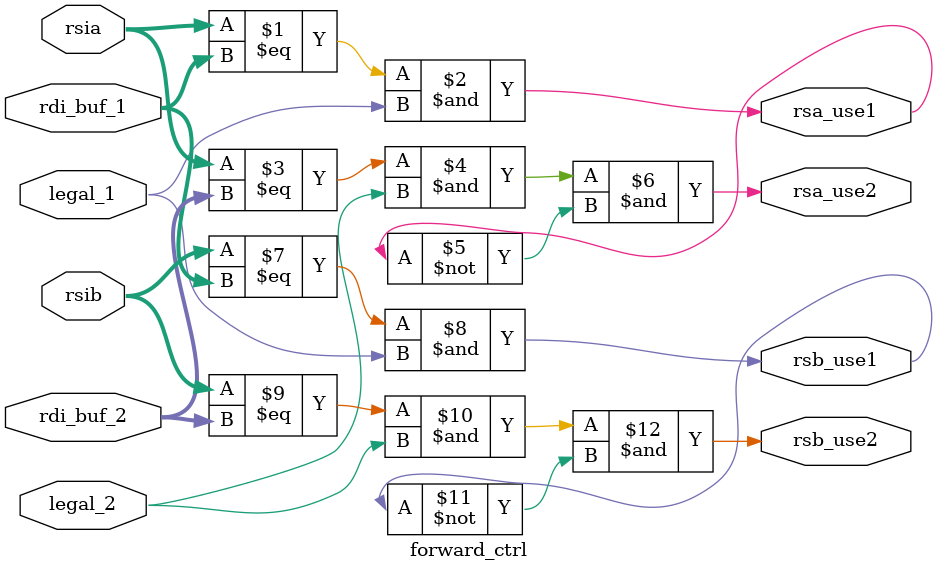
<source format=v>
module forward_ctrl (
    rsia,
    rsib,
    rdi_buf_1,
    legal_1,
    rdi_buf_2,
    legal_2,
    rsa_use1,
    rsa_use2,
    rsb_use1,
    rsb_use2);

    input [4:0] rsia;
    input [4:0] rsib;
    input [4:0] rdi_buf_1;
    input legal_1;
    input [4:0] rdi_buf_2;
    input legal_2;
    output rsa_use1;
    output rsa_use2;
    output rsb_use1;
    output rsb_use2;

    assign rsa_use1 = (rsia == rdi_buf_1) & legal_1;
    assign rsa_use2 = (rsia == rdi_buf_2) & legal_2 & (~rsa_use1);

    assign rsb_use1 = (rsib == rdi_buf_1) & legal_1;
    assign rsb_use2 = (rsib == rdi_buf_2) & legal_2 & (~rsb_use1);


endmodule

</source>
